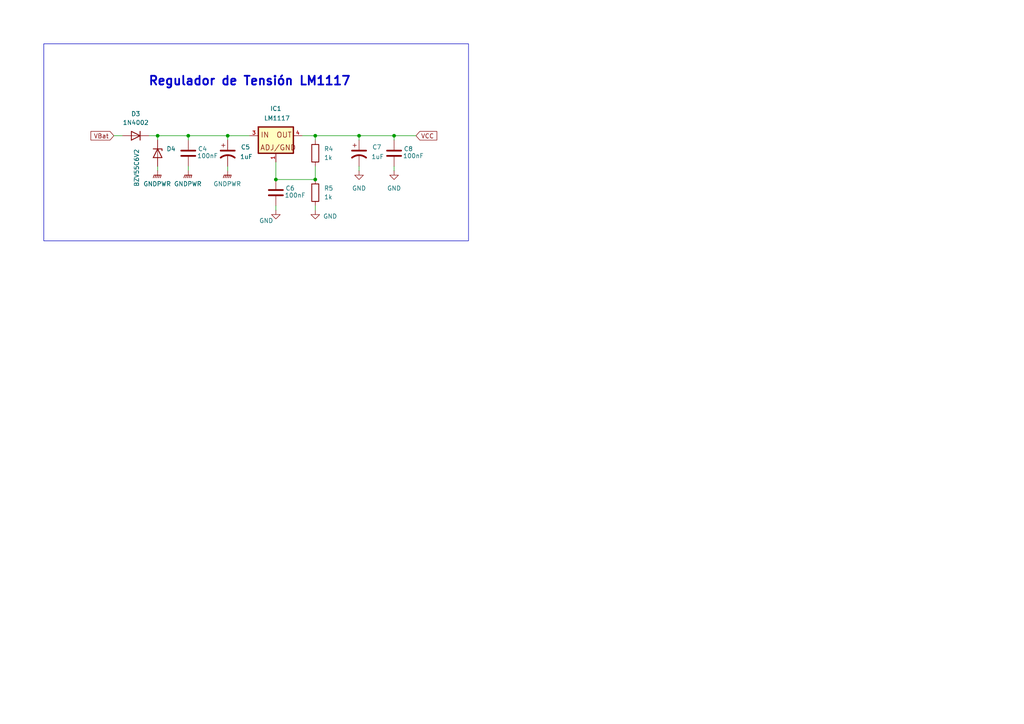
<source format=kicad_sch>
(kicad_sch (version 20250114) (generator "eeschema") (generator_version "9.0")
  (paper "A4")
  (lib_symbols
    (symbol "Device:C" (pin_numbers (hide yes)) (pin_names (offset 0.254))
      (property "Reference" "C" (at 0.635 2.54 0))
      (property "Value" "C" (at 0.635 -2.54 0))
      (symbol "C_0_1"
        (polyline (pts (xy -2.032 0.762) (xy 2.032 0.762)) (stroke (width 0.508)))
        (polyline (pts (xy -2.032 -0.762) (xy 2.032 -0.762)) (stroke (width 0.508)))
      )
      (symbol "C_1_1"
        (pin passive line (at 0 3.81 270) (length 2.794) (name "~") (number "1"))
        (pin passive line (at 0 -3.81 90) (length 2.794) (name "~") (number "2"))
      )
    )
    (symbol "Device:C_Polarized_US" (pin_numbers (hide yes)) (pin_names (offset 0.254) (hide yes))
      (property "Reference" "C" (at 0.635 2.54 0))
      (property "Value" "C_Polarized_US" (at 0.635 -2.54 0))
      (symbol "C_Polarized_US_0_1"
        (polyline (pts (xy -2.032 0.762) (xy 2.032 0.762)) (stroke (width 0.508)))
        (polyline (pts (xy -1.778 2.286) (xy -0.762 2.286)))
        (polyline (pts (xy -1.27 1.778) (xy -1.27 2.794)))
        (arc (start -2.032 -1.27) (mid 0 -0.5572) (end 2.032 -1.27) (stroke (width 0.508)))
      )
      (symbol "C_Polarized_US_1_1"
        (pin passive line (at 0 3.81 270) (length 2.794) (name "~") (number "1"))
        (pin passive line (at 0 -3.81 90) (length 3.302) (name "~") (number "2"))
      )
    )
    (symbol "Device:R" (pin_numbers (hide yes)) (pin_names (offset 0))
      (property "Reference" "R" (at 2.032 0 90))
      (property "Value" "R" (at 0 0 90))
      (symbol "R_0_1"
        (rectangle (start -1.016 -2.54) (end 1.016 2.54) (stroke (width 0.254)))
      )
      (symbol "R_1_1"
        (pin passive line (at 0 3.81 270) (length 1.27) (name "~") (number "1"))
        (pin passive line (at 0 -3.81 90) (length 1.27) (name "~") (number "2"))
      )
    )
    (symbol "Diode:1N4002" (pin_numbers (hide yes)) (pin_names (hide yes))
      (property "Reference" "D" (at 0 2.54 0))
      (property "Value" "1N4002" (at 0 -2.54 0))
      (symbol "1N4002_0_1"
        (polyline (pts (xy -1.27 1.27) (xy -1.27 -1.27)) (stroke (width 0.254)))
        (polyline (pts (xy 1.27 1.27) (xy 1.27 -1.27) (xy -1.27 0) (xy 1.27 1.27)) (stroke (width 0.254)))
        (polyline (pts (xy 1.27 0) (xy -1.27 0)))
      )
      (symbol "1N4002_1_1"
        (pin passive line (at -3.81 0 0) (length 2.54) (name "K") (number "1"))
        (pin passive line (at 3.81 0 180) (length 2.54) (name "A") (number "2"))
      )
    )
    (symbol "Diode:BZV55C6V2" (pin_numbers (hide yes)) (pin_names (hide yes))
      (property "Reference" "D" (at 0 2.54 0))
      (property "Value" "BZV55C6V2" (at 0 -2.54 0))
      (symbol "BZV55C6V2_0_1"
        (polyline (pts (xy -1.27 -1.27) (xy -1.27 1.27) (xy -0.762 1.27)) (stroke (width 0.254)))
        (polyline (pts (xy 1.27 0) (xy -1.27 0)))
        (polyline (pts (xy 1.27 -1.27) (xy 1.27 1.27) (xy -1.27 0) (xy 1.27 -1.27)) (stroke (width 0.254)))
      )
      (symbol "BZV55C6V2_1_1"
        (pin passive line (at -3.81 0 0) (length 2.54) (name "K") (number "1"))
        (pin passive line (at 3.81 0 180) (length 2.54) (name "A") (number "2"))
      )
    )
    (symbol "LM1117:LM1117" (pin_names (offset 1.016))
      (property "Reference" "IC" (at 2.5423 -7.6268 0))
      (property "Value" "LM1117" (at 2.545 -10.1799 0))
      (symbol "LM1117_0_0"
        (rectangle (start -5.08 -5.08) (end 5.08 2.54) (stroke (width 0.4064)) (fill (type background)))
        (text "ADJ/GND" (at -4.577 -4.3227 0) (effects (font (size 1.5257 1.5257)) (justify left bottom)))
        (text "IN" (at -4.4492 -0.6356 0) (effects (font (size 1.5254 1.5254)) (justify left bottom)))
        (text "OUT" (at 0.1273 -0.6363 0) (effects (font (size 1.527 1.527)) (justify left bottom)))
        (pin input line (at -7.62 0 0) (length 2.54) (name "~") (number "3"))
        (pin input line (at 0 -7.62 90) (length 2.54) (name "~") (number "1"))
        (pin passive line (at 7.62 0 180) (length 2.54) (name "~") (number "4"))
      )
    )
    (symbol "power:GND" (power) (pin_numbers (hide yes)) (pin_names (offset 0) (hide yes))
      (property "Value" "GND" (at 0 -3.81 0))
      (symbol "GND_0_1"
        (polyline (pts (xy 0 0) (xy 0 -1.27) (xy 1.27 -1.27) (xy 0 -2.54) (xy -1.27 -1.27) (xy 0 -1.27)))
      )
      (symbol "GND_1_1"
        (pin power_in line (at 0 0 270) (length 0) (name "~") (number "1"))
      )
    )
    (symbol "power:GNDPWR" (power) (pin_numbers (hide yes)) (pin_names (offset 0) (hide yes))
      (property "Value" "GNDPWR" (at 0 -3.302 0))
      (symbol "GNDPWR_0_1"
        (polyline (pts (xy -1.016 -1.27) (xy -1.27 -2.032) (xy -1.27 -2.032)) (stroke (width 0.2032)))
        (polyline (pts (xy -0.508 -1.27) (xy -0.762 -2.032) (xy -0.762 -2.032)) (stroke (width 0.2032)))
        (polyline (pts (xy 0 -1.27) (xy 0 0)))
        (polyline (pts (xy 0 -1.27) (xy -0.254 -2.032) (xy -0.254 -2.032)) (stroke (width 0.2032)))
        (polyline (pts (xy 0.508 -1.27) (xy 0.254 -2.032) (xy 0.254 -2.032)) (stroke (width 0.2032)))
        (polyline (pts (xy 1.016 -1.27) (xy -1.016 -1.27) (xy -1.016 -1.27)) (stroke (width 0.2032)))
        (polyline (pts (xy 1.016 -1.27) (xy 0.762 -2.032) (xy 0.762 -2.032) (xy 0.762 -2.032)) (stroke (width 0.2032)))
      )
      (symbol "GNDPWR_1_1"
        (pin power_in line (at 0 0 270) (length 0) (name "~") (number "1"))
      )
    )
  )
  (rectangle (start 12.7 12.7) (end 135.89 69.85))
  (text "Regulador de Tensión LM1117" (at 72.39 23.622 0) (effects (font (size 2.54 2.54) (thickness 0.508) (bold yes))))
  (junction (at 45.72 39.37))
  (junction (at 66.04 39.37))
  (junction (at 104.14 39.37))
  (junction (at 80.01 52.07))
  (junction (at 91.44 39.37))
  (junction (at 54.61 39.37))
  (junction (at 91.44 52.07))
  (junction (at 114.3 39.37))
  (wire (pts (xy 45.72 48.26) (xy 45.72 49.53)))
  (wire (pts (xy 104.14 39.37) (xy 114.3 39.37)))
  (wire (pts (xy 80.01 60.96) (xy 80.01 59.69)))
  (wire (pts (xy 66.04 39.37) (xy 66.04 40.64)))
  (wire (pts (xy 104.14 48.26) (xy 104.14 49.53)))
  (wire (pts (xy 104.14 39.37) (xy 104.14 40.64)))
  (wire (pts (xy 114.3 48.26) (xy 114.3 49.53)))
  (wire (pts (xy 45.72 39.37) (xy 54.61 39.37)))
  (wire (pts (xy 91.44 59.69) (xy 91.44 60.96)))
  (wire (pts (xy 114.3 39.37) (xy 114.3 40.64)))
  (wire (pts (xy 87.63 39.37) (xy 91.44 39.37)))
  (wire (pts (xy 91.44 39.37) (xy 104.14 39.37)))
  (wire (pts (xy 80.01 52.07) (xy 91.44 52.07)))
  (wire (pts (xy 33.02 39.37) (xy 35.56 39.37)))
  (wire (pts (xy 91.44 39.37) (xy 91.44 40.64)))
  (wire (pts (xy 66.04 39.37) (xy 72.39 39.37)))
  (wire (pts (xy 54.61 39.37) (xy 54.61 40.64)))
  (wire (pts (xy 80.01 46.99) (xy 80.01 52.07)))
  (wire (pts (xy 54.61 39.37) (xy 66.04 39.37)))
  (wire (pts (xy 66.04 48.26) (xy 66.04 49.53)))
  (wire (pts (xy 91.44 48.26) (xy 91.44 52.07)))
  (wire (pts (xy 54.61 48.26) (xy 54.61 49.53)))
  (wire (pts (xy 45.72 39.37) (xy 45.72 40.64)))
  (wire (pts (xy 43.18 39.37) (xy 45.72 39.37)))
  (wire (pts (xy 114.3 39.37) (xy 120.65 39.37)))
  (global_label "VBat" (shape input) (at 33.02 39.37 180) (property "Intersheetrefs" "${INTERSHEET_REFS}" (effects (hide yes))))
  (global_label "VCC" (shape input) (at 120.65 39.37 0) (property "Intersheetrefs" "${INTERSHEET_REFS}" (effects (hide yes))))
  (symbol (lib_id "power:GNDPWR") (at 54.61 49.53 0) (unit 1)
    (property "Reference" "#PWR030" (effects (hide yes)))
    (property "Value" "GNDPWR" (at 54.483 53.34 0))
    (property "Description" "Power symbol creates a global label with name \"GNDPWR\" , global ground" (effects (hide yes)))
  )
  (symbol (lib_id "power:GND") (at 104.14 49.53 0) (unit 1)
    (property "Reference" "#PWR019" (effects (hide yes)))
    (property "Value" "GND" (at 104.14 54.61 0))
    (property "Description" "Power symbol creates a global label with name \"GND\" , ground" (effects (hide yes)))
  )
  (symbol (lib_id "Device:C") (at 54.61 44.45 0) (unit 1)
    (property "Reference" "C4" (at 57.404 43.18 0) (effects (justify left)))
    (property "Value" "100nF" (at 57.15 45.212 0) (effects (justify left)))
    (property "Description" "Unpolarized capacitor" (effects (hide yes)))
  )
  (symbol (lib_id "power:GND") (at 91.44 60.96 0) (unit 1)
    (property "Reference" "#PWR016" (effects (hide yes)))
    (property "Value" "GND" (at 95.758 62.738 0))
    (property "Description" "Power symbol creates a global label with name \"GND\" , ground" (effects (hide yes)))
  )
  (symbol (lib_id "LM1117:LM1117") (at 80.01 39.37 0) (unit 1)
    (property "Reference" "IC1" (at 80.01 31.496 0))
    (property "Value" "LM1117" (at 80.3354 34.29 0))
    (property "MF" "Texas Instruments" (effects (hide yes)))
    (property "Description_1" "1A Low Dropout Positive Voltage Regulator" (effects (hide yes)))
    (property "Package" "None" (effects (hide yes)))
    (property "Price" "None" (effects (hide yes)))
    (property "SnapEDA_Link" "https://www.snapeda.com/parts/LM1117/Texas+Instruments/view-part/?ref=snap" (effects (hide yes)))
    (property "MP" "LM1117" (effects (hide yes)))
    (property "Availability" "Not in stock" (effects (hide yes)))
    (property "Check_prices" "https://www.snapeda.com/parts/LM1117/Texas+Instruments/view-part/?ref=eda" (effects (hide yes)))
  )
  (symbol (lib_id "Device:C_Polarized_US") (at 66.04 44.45 0) (unit 1)
    (property "Reference" "C5" (at 69.85 42.672 0) (effects (justify left)))
    (property "Value" "1uF" (at 69.596 45.466 0) (effects (justify left)))
    (property "Description" "Polarized capacitor, US symbol" (effects (hide yes)))
  )
  (symbol (lib_id "power:GNDPWR") (at 45.72 49.53 0) (unit 1)
    (property "Reference" "#PWR032" (effects (hide yes)))
    (property "Value" "GNDPWR" (at 45.593 53.34 0))
    (property "Description" "Power symbol creates a global label with name \"GNDPWR\" , global ground" (effects (hide yes)))
  )
  (symbol (lib_id "power:GND") (at 114.3 49.53 0) (unit 1)
    (property "Reference" "#PWR020" (effects (hide yes)))
    (property "Value" "GND" (at 114.3 54.61 0))
    (property "Description" "Power symbol creates a global label with name \"GND\" , ground" (effects (hide yes)))
  )
  (symbol (lib_id "Device:R") (at 91.44 44.45 180) (unit 1)
    (property "Reference" "R4" (at 93.98 43.1799 0) (effects (justify right)))
    (property "Value" "1k" (at 93.98 45.7199 0) (effects (justify right)))
    (property "Description" "Resistor" (effects (hide yes)))
  )
  (symbol (lib_id "power:GNDPWR") (at 66.04 49.53 0) (unit 1)
    (property "Reference" "#PWR031" (effects (hide yes)))
    (property "Value" "GNDPWR" (at 65.913 53.34 0))
    (property "Description" "Power symbol creates a global label with name \"GNDPWR\" , global ground" (effects (hide yes)))
  )
  (symbol (lib_id "Diode:BZV55C6V2") (at 45.72 44.45 270) (unit 1)
    (property "Reference" "D4" (at 48.26 43.1799 90) (effects (justify left)))
    (property "Value" "BZV55C6V2" (at 39.624 43.18 0) (effects (justify left)))
    (property "Footprint" "Diode_SMD:D_MiniMELF" (effects (hide yes)))
    (property "Datasheet" "https://assets.nexperia.com/documents/data-sheet/BZV55_SER.pdf" (effects (hide yes)))
    (property "Description" "6.2V, 500mW, 5%, Zener diode, MiniMELF" (effects (hide yes)))
  )
  (symbol (lib_id "Device:R") (at 91.44 55.88 180) (unit 1)
    (property "Reference" "R5" (at 93.98 54.6099 0) (effects (justify right)))
    (property "Value" "1k" (at 93.98 57.1499 0) (effects (justify right)))
    (property "Description" "Resistor" (effects (hide yes)))
  )
  (symbol (lib_id "Device:C") (at 80.01 55.88 0) (unit 1)
    (property "Reference" "C6" (at 82.804 54.61 0) (effects (justify left)))
    (property "Value" "100nF" (at 82.55 56.642 0) (effects (justify left)))
    (property "Description" "Unpolarized capacitor" (effects (hide yes)))
  )
  (symbol (lib_id "power:GND") (at 80.01 60.96 0) (unit 1)
    (property "Reference" "#PWR03" (effects (hide yes)))
    (property "Value" "GND" (at 77.216 64.008 0))
    (property "Description" "Power symbol creates a global label with name \"GND\" , ground" (effects (hide yes)))
  )
  (symbol (lib_id "Device:C") (at 114.3 44.45 0) (unit 1)
    (property "Reference" "C8" (at 117.094 43.18 0) (effects (justify left)))
    (property "Value" "100nF" (at 116.84 45.212 0) (effects (justify left)))
    (property "Description" "Unpolarized capacitor" (effects (hide yes)))
  )
  (symbol (lib_id "Diode:1N4002") (at 39.37 39.37 180) (unit 1)
    (property "Reference" "D3" (at 39.37 33.02 0))
    (property "Value" "1N4002" (at 39.37 35.56 0))
    (property "Footprint" "Diode_THT:D_DO-41_SOD81_P10.16mm_Horizontal" (effects (hide yes)))
    (property "Datasheet" "http://www.vishay.com/docs/88503/1n4001.pdf" (effects (hide yes)))
    (property "Description" "100V 1A General Purpose Rectifier Diode, DO-41" (effects (hide yes)))
    (property "Sim.Device" "D" (effects (hide yes)))
    (property "Sim.Pins" "1=K 2=A" (effects (hide yes)))
  )
  (symbol (lib_id "Device:C_Polarized_US") (at 104.14 44.45 0) (unit 1)
    (property "Reference" "C7" (at 107.95 42.672 0) (effects (justify left)))
    (property "Value" "1uF" (at 107.696 45.466 0) (effects (justify left)))
    (property "Description" "Polarized capacitor, US symbol" (effects (hide yes)))
  )
)
</source>
